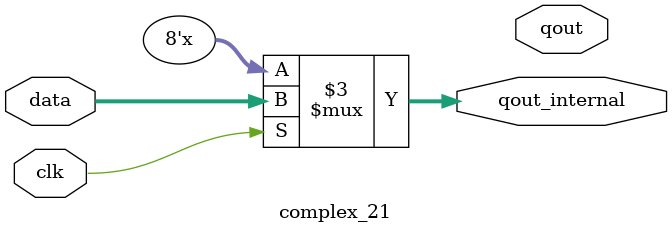
<source format=v>
module complex_21(
    output reg[7:0] qout,
    output reg [7:0] qout_internal,
    input [7:0] data,
    input clk
  );
    always @(clk or data)
        begin
            if (clk) qout_internal = data; 
        end
endmodule
</source>
